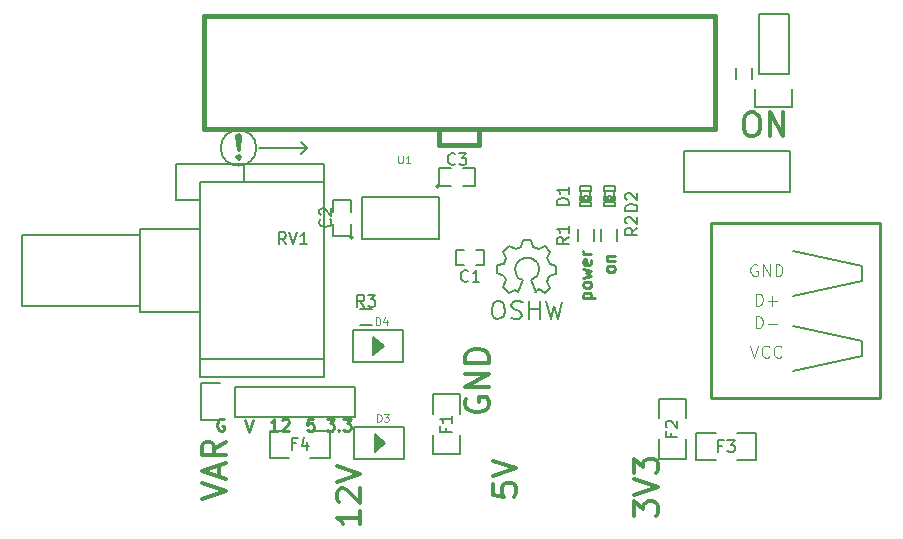
<source format=gto>
%FSLAX46Y46*%
G04 Gerber Fmt 4.6, Leading zero omitted, Abs format (unit mm)*
G04 Created by KiCad (PCBNEW (2014-09-02 BZR 5112)-product) date mer. 25 mars 2015 20:03:37 CET*
%MOMM*%
G01*
G04 APERTURE LIST*
%ADD10C,0.150000*%
%ADD11C,0.250000*%
%ADD12C,0.300000*%
%ADD13C,0.200000*%
%ADD14C,0.203200*%
%ADD15C,0.381000*%
%ADD16C,0.254000*%
%ADD17C,0.152400*%
%ADD18C,0.127000*%
%ADD19C,0.100000*%
G04 APERTURE END LIST*
D10*
D11*
X117552381Y-84152381D02*
X118171429Y-84152381D01*
X117838095Y-84533333D01*
X117980953Y-84533333D01*
X118076191Y-84580952D01*
X118123810Y-84628571D01*
X118171429Y-84723810D01*
X118171429Y-84961905D01*
X118123810Y-85057143D01*
X118076191Y-85104762D01*
X117980953Y-85152381D01*
X117695238Y-85152381D01*
X117600000Y-85104762D01*
X117552381Y-85057143D01*
X118600000Y-85057143D02*
X118647619Y-85104762D01*
X118600000Y-85152381D01*
X118552381Y-85104762D01*
X118600000Y-85057143D01*
X118600000Y-85152381D01*
X118980952Y-84152381D02*
X119600000Y-84152381D01*
X119266666Y-84533333D01*
X119409524Y-84533333D01*
X119504762Y-84580952D01*
X119552381Y-84628571D01*
X119600000Y-84723810D01*
X119600000Y-84961905D01*
X119552381Y-85057143D01*
X119504762Y-85104762D01*
X119409524Y-85152381D01*
X119123809Y-85152381D01*
X119028571Y-85104762D01*
X118980952Y-85057143D01*
X116438096Y-84152381D02*
X115961905Y-84152381D01*
X115914286Y-84628571D01*
X115961905Y-84580952D01*
X116057143Y-84533333D01*
X116295239Y-84533333D01*
X116390477Y-84580952D01*
X116438096Y-84628571D01*
X116485715Y-84723810D01*
X116485715Y-84961905D01*
X116438096Y-85057143D01*
X116390477Y-85104762D01*
X116295239Y-85152381D01*
X116057143Y-85152381D01*
X115961905Y-85104762D01*
X115914286Y-85057143D01*
X113409524Y-85152381D02*
X112838095Y-85152381D01*
X113123809Y-85152381D02*
X113123809Y-84152381D01*
X113028571Y-84295238D01*
X112933333Y-84390476D01*
X112838095Y-84438095D01*
X113790476Y-84247619D02*
X113838095Y-84200000D01*
X113933333Y-84152381D01*
X114171429Y-84152381D01*
X114266667Y-84200000D01*
X114314286Y-84247619D01*
X114361905Y-84342857D01*
X114361905Y-84438095D01*
X114314286Y-84580952D01*
X113742857Y-85152381D01*
X114361905Y-85152381D01*
X110666667Y-84252381D02*
X111000000Y-85252381D01*
X111333334Y-84252381D01*
X108861905Y-84200000D02*
X108766667Y-84152381D01*
X108623810Y-84152381D01*
X108480952Y-84200000D01*
X108385714Y-84295238D01*
X108338095Y-84390476D01*
X108290476Y-84580952D01*
X108290476Y-84723810D01*
X108338095Y-84914286D01*
X108385714Y-85009524D01*
X108480952Y-85104762D01*
X108623810Y-85152381D01*
X108719048Y-85152381D01*
X108861905Y-85104762D01*
X108909524Y-85057143D01*
X108909524Y-84723810D01*
X108719048Y-84723810D01*
X141952381Y-71523810D02*
X141904762Y-71619048D01*
X141857143Y-71666667D01*
X141761905Y-71714286D01*
X141476190Y-71714286D01*
X141380952Y-71666667D01*
X141333333Y-71619048D01*
X141285714Y-71523810D01*
X141285714Y-71380952D01*
X141333333Y-71285714D01*
X141380952Y-71238095D01*
X141476190Y-71190476D01*
X141761905Y-71190476D01*
X141857143Y-71238095D01*
X141904762Y-71285714D01*
X141952381Y-71380952D01*
X141952381Y-71523810D01*
X141285714Y-70761905D02*
X141952381Y-70761905D01*
X141380952Y-70761905D02*
X141333333Y-70714286D01*
X141285714Y-70619048D01*
X141285714Y-70476190D01*
X141333333Y-70380952D01*
X141428571Y-70333333D01*
X141952381Y-70333333D01*
X139285714Y-73928572D02*
X140285714Y-73928572D01*
X139333333Y-73928572D02*
X139285714Y-73833334D01*
X139285714Y-73642857D01*
X139333333Y-73547619D01*
X139380952Y-73500000D01*
X139476190Y-73452381D01*
X139761905Y-73452381D01*
X139857143Y-73500000D01*
X139904762Y-73547619D01*
X139952381Y-73642857D01*
X139952381Y-73833334D01*
X139904762Y-73928572D01*
X139952381Y-72880953D02*
X139904762Y-72976191D01*
X139857143Y-73023810D01*
X139761905Y-73071429D01*
X139476190Y-73071429D01*
X139380952Y-73023810D01*
X139333333Y-72976191D01*
X139285714Y-72880953D01*
X139285714Y-72738095D01*
X139333333Y-72642857D01*
X139380952Y-72595238D01*
X139476190Y-72547619D01*
X139761905Y-72547619D01*
X139857143Y-72595238D01*
X139904762Y-72642857D01*
X139952381Y-72738095D01*
X139952381Y-72880953D01*
X139285714Y-72214286D02*
X139952381Y-72023810D01*
X139476190Y-71833333D01*
X139952381Y-71642857D01*
X139285714Y-71452381D01*
X139904762Y-70690476D02*
X139952381Y-70785714D01*
X139952381Y-70976191D01*
X139904762Y-71071429D01*
X139809524Y-71119048D01*
X139428571Y-71119048D01*
X139333333Y-71071429D01*
X139285714Y-70976191D01*
X139285714Y-70785714D01*
X139333333Y-70690476D01*
X139428571Y-70642857D01*
X139523810Y-70642857D01*
X139619048Y-71119048D01*
X139952381Y-70214286D02*
X139285714Y-70214286D01*
X139476190Y-70214286D02*
X139380952Y-70166667D01*
X139333333Y-70119048D01*
X139285714Y-70023810D01*
X139285714Y-69928571D01*
D12*
X153361905Y-58204762D02*
X153742857Y-58204762D01*
X153933333Y-58300000D01*
X154123810Y-58490476D01*
X154219048Y-58871429D01*
X154219048Y-59538095D01*
X154123810Y-59919048D01*
X153933333Y-60109524D01*
X153742857Y-60204762D01*
X153361905Y-60204762D01*
X153171429Y-60109524D01*
X152980952Y-59919048D01*
X152885714Y-59538095D01*
X152885714Y-58871429D01*
X152980952Y-58490476D01*
X153171429Y-58300000D01*
X153361905Y-58204762D01*
X155076190Y-60204762D02*
X155076190Y-58204762D01*
X156219048Y-60204762D01*
X156219048Y-58204762D01*
D13*
X115900000Y-61200000D02*
X115400000Y-61700000D01*
X115400000Y-60700000D02*
X115900000Y-61200000D01*
X115900000Y-61200000D02*
X115400000Y-60700000D01*
X111800000Y-61200000D02*
X115900000Y-61200000D01*
X111603330Y-61200000D02*
G75*
G03X111603330Y-61200000I-1503330J0D01*
G74*
G01*
D12*
X110100000Y-61914286D02*
X110195239Y-62009524D01*
X110100000Y-62104762D01*
X110004762Y-62009524D01*
X110100000Y-61914286D01*
X110100000Y-62104762D01*
X110100000Y-61342857D02*
X110004762Y-60200000D01*
X110100000Y-60104762D01*
X110195239Y-60200000D01*
X110100000Y-61342857D01*
X110100000Y-60104762D01*
X129400000Y-82423809D02*
X129304762Y-82614286D01*
X129304762Y-82900000D01*
X129400000Y-83185714D01*
X129590476Y-83376190D01*
X129780952Y-83471429D01*
X130161905Y-83566667D01*
X130447619Y-83566667D01*
X130828571Y-83471429D01*
X131019048Y-83376190D01*
X131209524Y-83185714D01*
X131304762Y-82900000D01*
X131304762Y-82709524D01*
X131209524Y-82423809D01*
X131114286Y-82328571D01*
X130447619Y-82328571D01*
X130447619Y-82709524D01*
X131304762Y-81471429D02*
X129304762Y-81471429D01*
X131304762Y-80328571D01*
X129304762Y-80328571D01*
X131304762Y-79376191D02*
X129304762Y-79376191D01*
X129304762Y-78900000D01*
X129400000Y-78614286D01*
X129590476Y-78423810D01*
X129780952Y-78328571D01*
X130161905Y-78233333D01*
X130447619Y-78233333D01*
X130828571Y-78328571D01*
X131019048Y-78423810D01*
X131209524Y-78614286D01*
X131304762Y-78900000D01*
X131304762Y-79376191D01*
X131604762Y-89680953D02*
X131604762Y-90633334D01*
X132557143Y-90728572D01*
X132461905Y-90633334D01*
X132366667Y-90442857D01*
X132366667Y-89966667D01*
X132461905Y-89776191D01*
X132557143Y-89680953D01*
X132747619Y-89585714D01*
X133223810Y-89585714D01*
X133414286Y-89680953D01*
X133509524Y-89776191D01*
X133604762Y-89966667D01*
X133604762Y-90442857D01*
X133509524Y-90633334D01*
X133414286Y-90728572D01*
X131604762Y-89014286D02*
X133604762Y-88347619D01*
X131604762Y-87680952D01*
X143604762Y-92376191D02*
X143604762Y-91138095D01*
X144366667Y-91804762D01*
X144366667Y-91519048D01*
X144461905Y-91328572D01*
X144557143Y-91233334D01*
X144747619Y-91138095D01*
X145223810Y-91138095D01*
X145414286Y-91233334D01*
X145509524Y-91328572D01*
X145604762Y-91519048D01*
X145604762Y-92090476D01*
X145509524Y-92280953D01*
X145414286Y-92376191D01*
X143604762Y-90566667D02*
X145604762Y-89900000D01*
X143604762Y-89233333D01*
X143604762Y-88757143D02*
X143604762Y-87519047D01*
X144366667Y-88185714D01*
X144366667Y-87900000D01*
X144461905Y-87709524D01*
X144557143Y-87614286D01*
X144747619Y-87519047D01*
X145223810Y-87519047D01*
X145414286Y-87614286D01*
X145509524Y-87709524D01*
X145604762Y-87900000D01*
X145604762Y-88471428D01*
X145509524Y-88661905D01*
X145414286Y-88757143D01*
X120404762Y-91938095D02*
X120404762Y-93080953D01*
X120404762Y-92509524D02*
X118404762Y-92509524D01*
X118690476Y-92700000D01*
X118880952Y-92890476D01*
X118976190Y-93080953D01*
X118595238Y-91176191D02*
X118500000Y-91080953D01*
X118404762Y-90890476D01*
X118404762Y-90414286D01*
X118500000Y-90223810D01*
X118595238Y-90128572D01*
X118785714Y-90033333D01*
X118976190Y-90033333D01*
X119261905Y-90128572D01*
X120404762Y-91271429D01*
X120404762Y-90033333D01*
X118404762Y-89461905D02*
X120404762Y-88795238D01*
X118404762Y-88128571D01*
X107004762Y-90923810D02*
X109004762Y-90257143D01*
X107004762Y-89590476D01*
X108433333Y-89019048D02*
X108433333Y-88066667D01*
X109004762Y-89209524D02*
X107004762Y-88542857D01*
X109004762Y-87876190D01*
X109004762Y-86066666D02*
X108052381Y-86733333D01*
X109004762Y-87209524D02*
X107004762Y-87209524D01*
X107004762Y-86447619D01*
X107100000Y-86257143D01*
X107195238Y-86161904D01*
X107385714Y-86066666D01*
X107671429Y-86066666D01*
X107861905Y-86161904D01*
X107957143Y-86257143D01*
X108052381Y-86447619D01*
X108052381Y-87209524D01*
D14*
X127077000Y-65322000D02*
X127077000Y-68878000D01*
X127077000Y-68878000D02*
X120523000Y-68878000D01*
X120523000Y-68878000D02*
X120523000Y-65322000D01*
X120523000Y-65322000D02*
X127077000Y-65322000D01*
D15*
X130499260Y-59600600D02*
X130499260Y-61000140D01*
X130499260Y-61000140D02*
X127100740Y-61000140D01*
X127100740Y-61000140D02*
X127100740Y-59600600D01*
X128800000Y-49999400D02*
X150400160Y-49999400D01*
X150400160Y-49999400D02*
X150400160Y-59600600D01*
X150400160Y-59600600D02*
X107199840Y-59600600D01*
X107199840Y-59600600D02*
X107199840Y-49999400D01*
X107199840Y-49999400D02*
X128800000Y-49999400D01*
D10*
X110600000Y-62599520D02*
X117300520Y-62599520D01*
X117300520Y-62599520D02*
X117300520Y-64199720D01*
X106800160Y-79099360D02*
X106800160Y-80597960D01*
X106800160Y-80597960D02*
X117300520Y-80597960D01*
X117300520Y-80597960D02*
X117300520Y-79099360D01*
X106800160Y-65599260D02*
X104801180Y-65599260D01*
X104801180Y-65599260D02*
X104801180Y-62599520D01*
X104801180Y-62599520D02*
X110600000Y-62599520D01*
X110600000Y-62599520D02*
X110600000Y-64098120D01*
X101798900Y-74598480D02*
X91798920Y-74598480D01*
X91798920Y-74598480D02*
X91798920Y-68599000D01*
X91798920Y-68599000D02*
X101798900Y-68599000D01*
X106800160Y-75098860D02*
X101798900Y-75098860D01*
X101798900Y-75098860D02*
X101798900Y-68098620D01*
X101798900Y-68098620D02*
X106800160Y-68098620D01*
X106800160Y-79099360D02*
X117300520Y-79099360D01*
X117300520Y-79099360D02*
X117300520Y-64098120D01*
X117300520Y-64098120D02*
X106800160Y-64098120D01*
X106800160Y-64098120D02*
X106800160Y-79099360D01*
X130200380Y-71150240D02*
X130898880Y-71150240D01*
X129199620Y-71150240D02*
X128501120Y-71150240D01*
X130200380Y-69849760D02*
X130898880Y-69849760D01*
X128501120Y-69849760D02*
X129199620Y-69849760D01*
X130898880Y-69865000D02*
X130898880Y-71135000D01*
X128501120Y-71135000D02*
X128501120Y-69865000D01*
X119789000Y-68751000D02*
G75*
G03X119789000Y-68751000I-127000J0D01*
G74*
G01*
X119662000Y-67608000D02*
X119662000Y-68624000D01*
X119662000Y-68624000D02*
X118138000Y-68624000D01*
X118138000Y-68624000D02*
X118138000Y-67608000D01*
X118138000Y-66592000D02*
X118138000Y-65576000D01*
X118138000Y-65576000D02*
X119662000Y-65576000D01*
X119662000Y-65576000D02*
X119662000Y-66592000D01*
X127076000Y-64462000D02*
G75*
G03X127076000Y-64462000I-127000J0D01*
G74*
G01*
X128092000Y-64462000D02*
X127076000Y-64462000D01*
X127076000Y-64462000D02*
X127076000Y-62938000D01*
X127076000Y-62938000D02*
X128092000Y-62938000D01*
X129108000Y-62938000D02*
X130124000Y-62938000D01*
X130124000Y-62938000D02*
X130124000Y-64462000D01*
X130124000Y-64462000D02*
X129108000Y-64462000D01*
X139949580Y-65749580D02*
X139050420Y-65749580D01*
X139050420Y-65749580D02*
X139050420Y-66148360D01*
X139949580Y-66148360D02*
X139050420Y-66148360D01*
X139949580Y-65749580D02*
X139949580Y-66148360D01*
X139949580Y-64451640D02*
X139050420Y-64451640D01*
X139050420Y-64451640D02*
X139050420Y-64850420D01*
X139949580Y-64850420D02*
X139050420Y-64850420D01*
X139949580Y-64451640D02*
X139949580Y-64850420D01*
X139949580Y-65300000D02*
X139799720Y-65300000D01*
X139799720Y-65300000D02*
X139799720Y-65599720D01*
X139949580Y-65599720D02*
X139799720Y-65599720D01*
X139949580Y-65300000D02*
X139949580Y-65599720D01*
X139200280Y-65300000D02*
X139050420Y-65300000D01*
X139050420Y-65300000D02*
X139050420Y-65599720D01*
X139200280Y-65599720D02*
X139050420Y-65599720D01*
X139200280Y-65300000D02*
X139200280Y-65599720D01*
X139649860Y-65300000D02*
X139350140Y-65300000D01*
X139350140Y-65300000D02*
X139350140Y-65599720D01*
X139649860Y-65599720D02*
X139350140Y-65599720D01*
X139649860Y-65300000D02*
X139649860Y-65599720D01*
X139898780Y-65749580D02*
X139898780Y-64850420D01*
X139101220Y-65749580D02*
X139101220Y-64850420D01*
X141949580Y-65749580D02*
X141050420Y-65749580D01*
X141050420Y-65749580D02*
X141050420Y-66148360D01*
X141949580Y-66148360D02*
X141050420Y-66148360D01*
X141949580Y-65749580D02*
X141949580Y-66148360D01*
X141949580Y-64451640D02*
X141050420Y-64451640D01*
X141050420Y-64451640D02*
X141050420Y-64850420D01*
X141949580Y-64850420D02*
X141050420Y-64850420D01*
X141949580Y-64451640D02*
X141949580Y-64850420D01*
X141949580Y-65300000D02*
X141799720Y-65300000D01*
X141799720Y-65300000D02*
X141799720Y-65599720D01*
X141949580Y-65599720D02*
X141799720Y-65599720D01*
X141949580Y-65300000D02*
X141949580Y-65599720D01*
X141200280Y-65300000D02*
X141050420Y-65300000D01*
X141050420Y-65300000D02*
X141050420Y-65599720D01*
X141200280Y-65599720D02*
X141050420Y-65599720D01*
X141200280Y-65300000D02*
X141200280Y-65599720D01*
X141649860Y-65300000D02*
X141350140Y-65300000D01*
X141350140Y-65300000D02*
X141350140Y-65599720D01*
X141649860Y-65599720D02*
X141350140Y-65599720D01*
X141649860Y-65300000D02*
X141649860Y-65599720D01*
X141898780Y-65749580D02*
X141898780Y-64850420D01*
X141101220Y-65749580D02*
X141101220Y-64850420D01*
X147943000Y-82460000D02*
X145657000Y-82460000D01*
X145657000Y-82460000D02*
X145657000Y-84111000D01*
X147943000Y-85889000D02*
X147943000Y-87540000D01*
X147943000Y-87540000D02*
X145657000Y-87540000D01*
X145657000Y-87540000D02*
X145657000Y-85889000D01*
X147943000Y-84111000D02*
X147943000Y-82460000D01*
X148860000Y-85357000D02*
X148860000Y-87643000D01*
X148860000Y-87643000D02*
X150511000Y-87643000D01*
X152289000Y-85357000D02*
X153940000Y-85357000D01*
X153940000Y-85357000D02*
X153940000Y-87643000D01*
X153940000Y-87643000D02*
X152289000Y-87643000D01*
X150511000Y-85357000D02*
X148860000Y-85357000D01*
X138825000Y-69100000D02*
X138825000Y-68100000D01*
X140175000Y-68100000D02*
X140175000Y-69100000D01*
X140825000Y-69100000D02*
X140825000Y-68100000D01*
X142175000Y-68100000D02*
X142175000Y-69100000D01*
X120400000Y-74825000D02*
X121400000Y-74825000D01*
X121400000Y-76175000D02*
X120400000Y-76175000D01*
X128843000Y-82060000D02*
X126557000Y-82060000D01*
X126557000Y-82060000D02*
X126557000Y-83711000D01*
X128843000Y-85489000D02*
X128843000Y-87140000D01*
X128843000Y-87140000D02*
X126557000Y-87140000D01*
X126557000Y-87140000D02*
X126557000Y-85489000D01*
X128843000Y-83711000D02*
X128843000Y-82060000D01*
X117840000Y-87443000D02*
X117840000Y-85157000D01*
X117840000Y-85157000D02*
X116189000Y-85157000D01*
X114411000Y-87443000D02*
X112760000Y-87443000D01*
X112760000Y-87443000D02*
X112760000Y-85157000D01*
X112760000Y-85157000D02*
X114411000Y-85157000D01*
X116189000Y-87443000D02*
X117840000Y-87443000D01*
X136168780Y-74189860D02*
X136529460Y-75660520D01*
X136529460Y-75660520D02*
X136808860Y-74598800D01*
X136808860Y-74598800D02*
X137118740Y-75670680D01*
X137118740Y-75670680D02*
X137459100Y-74220340D01*
X134748920Y-74880740D02*
X135538860Y-74870580D01*
X135538860Y-74870580D02*
X135549020Y-74880740D01*
X135549020Y-74880740D02*
X135549020Y-74870580D01*
X135589660Y-74159380D02*
X135589660Y-75701160D01*
X134700660Y-74149220D02*
X134700660Y-75718940D01*
X134700660Y-75718940D02*
X134710820Y-75708780D01*
X134149480Y-74250820D02*
X133798960Y-74169540D01*
X133798960Y-74169540D02*
X133478920Y-74159380D01*
X133478920Y-74159380D02*
X133240160Y-74360040D01*
X133240160Y-74360040D02*
X133209680Y-74629280D01*
X133209680Y-74629280D02*
X133450980Y-74870580D01*
X133450980Y-74870580D02*
X133839600Y-75000120D01*
X133839600Y-75000120D02*
X134019940Y-75160140D01*
X134019940Y-75160140D02*
X134060580Y-75459860D01*
X134060580Y-75459860D02*
X133829440Y-75680840D01*
X133829440Y-75680840D02*
X133509400Y-75708780D01*
X133509400Y-75708780D02*
X133158880Y-75599560D01*
X132120020Y-74149220D02*
X131871100Y-74169540D01*
X131871100Y-74169540D02*
X131629800Y-74410840D01*
X131629800Y-74410840D02*
X131540900Y-74901060D01*
X131540900Y-74901060D02*
X131568840Y-75249040D01*
X131568840Y-75249040D02*
X131769500Y-75569080D01*
X131769500Y-75569080D02*
X132020960Y-75691000D01*
X132020960Y-75691000D02*
X132330840Y-75619880D01*
X132330840Y-75619880D02*
X132549280Y-75439540D01*
X132549280Y-75439540D02*
X132620400Y-74979800D01*
X132620400Y-74979800D02*
X132569600Y-74570860D01*
X132569600Y-74570860D02*
X132460380Y-74288920D01*
X132460380Y-74288920D02*
X132099700Y-74159380D01*
X132719460Y-72429640D02*
X132460380Y-72990980D01*
X132460380Y-72990980D02*
X132998860Y-73509140D01*
X132998860Y-73509140D02*
X133519560Y-73239900D01*
X133519560Y-73239900D02*
X133798960Y-73399920D01*
X135239140Y-73379600D02*
X135569340Y-73189100D01*
X135569340Y-73189100D02*
X136008760Y-73519300D01*
X136008760Y-73519300D02*
X136481200Y-73029080D01*
X136481200Y-73029080D02*
X136199260Y-72549020D01*
X136199260Y-72549020D02*
X136389760Y-72079120D01*
X136389760Y-72079120D02*
X136999360Y-71891160D01*
X136999360Y-71891160D02*
X136999360Y-71210440D01*
X136999360Y-71210440D02*
X136440560Y-71070740D01*
X136440560Y-71070740D02*
X136239900Y-70499240D01*
X136239900Y-70499240D02*
X136509140Y-70029340D01*
X136509140Y-70029340D02*
X136039240Y-69518800D01*
X136039240Y-69518800D02*
X135521080Y-69780420D01*
X135521080Y-69780420D02*
X135051180Y-69579760D01*
X135051180Y-69579760D02*
X134881000Y-69038740D01*
X134881000Y-69038740D02*
X134190120Y-69020960D01*
X134190120Y-69020960D02*
X133979300Y-69569600D01*
X133979300Y-69569600D02*
X133560200Y-69739780D01*
X133560200Y-69739780D02*
X133009020Y-69470540D01*
X133009020Y-69470540D02*
X132490860Y-69998860D01*
X132490860Y-69998860D02*
X132739780Y-70539880D01*
X132739780Y-70539880D02*
X132569600Y-71019940D01*
X132569600Y-71019940D02*
X132020960Y-71119000D01*
X132020960Y-71119000D02*
X132010800Y-71820040D01*
X132010800Y-71820040D02*
X132569600Y-72020700D01*
X132569600Y-72020700D02*
X132709300Y-72419480D01*
X134850520Y-72399160D02*
X135150240Y-72249300D01*
X135150240Y-72249300D02*
X135350900Y-72051180D01*
X135350900Y-72051180D02*
X135500760Y-71649860D01*
X135500760Y-71649860D02*
X135500760Y-71251080D01*
X135500760Y-71251080D02*
X135350900Y-70900560D01*
X135350900Y-70900560D02*
X134898780Y-70550040D01*
X134898780Y-70550040D02*
X134449200Y-70499240D01*
X134449200Y-70499240D02*
X134050420Y-70600840D01*
X134050420Y-70600840D02*
X133649100Y-70948820D01*
X133649100Y-70948820D02*
X133499240Y-71400940D01*
X133499240Y-71400940D02*
X133550040Y-71898780D01*
X133550040Y-71898780D02*
X133798960Y-72201040D01*
X133798960Y-72201040D02*
X134149480Y-72399160D01*
X134149480Y-72399160D02*
X133798960Y-73399920D01*
X134850520Y-72399160D02*
X135249300Y-73399920D01*
X147800000Y-61500000D02*
X156800000Y-61500000D01*
X156800000Y-61500000D02*
X156800000Y-64900000D01*
X156800000Y-64900000D02*
X147800000Y-64900000D01*
X147800000Y-64900000D02*
X147800000Y-61500000D01*
D16*
X164390000Y-82400000D02*
X164390000Y-67600000D01*
D17*
X162920000Y-71190000D02*
X157070000Y-69920000D01*
D16*
X164390000Y-67600000D02*
X150090000Y-67600000D01*
X150090000Y-67600000D02*
X150090000Y-82400000D01*
X150090000Y-82400000D02*
X164390000Y-82400000D01*
D17*
X157070000Y-80080000D02*
X162920000Y-78810000D01*
X162920000Y-78810000D02*
X162920000Y-77540000D01*
X162920000Y-77540000D02*
X157070000Y-76270000D01*
X157070000Y-73730000D02*
X162920000Y-72460000D01*
X162920000Y-72460000D02*
X162920000Y-71190000D01*
D18*
G36*
X121619000Y-85438000D02*
X122508000Y-86200000D01*
X121619000Y-86962000D01*
X121619000Y-85438000D01*
X121619000Y-85438000D01*
G37*
X121619000Y-85438000D02*
X122508000Y-86200000D01*
X121619000Y-86962000D01*
X121619000Y-85438000D01*
X119855000Y-84850000D02*
X124145000Y-84850000D01*
X124145000Y-84850000D02*
X124145000Y-87550000D01*
X124145000Y-87550000D02*
X119855000Y-87550000D01*
X119855000Y-87550000D02*
X119855000Y-84850000D01*
G36*
X121519000Y-77238000D02*
X122408000Y-78000000D01*
X121519000Y-78762000D01*
X121519000Y-77238000D01*
X121519000Y-77238000D01*
G37*
X121519000Y-77238000D02*
X122408000Y-78000000D01*
X121519000Y-78762000D01*
X121519000Y-77238000D01*
X119755000Y-76650000D02*
X124045000Y-76650000D01*
X124045000Y-76650000D02*
X124045000Y-79350000D01*
X124045000Y-79350000D02*
X119755000Y-79350000D01*
X119755000Y-79350000D02*
X119755000Y-76650000D01*
D10*
X108500000Y-84250000D02*
X106950000Y-84250000D01*
X106950000Y-84250000D02*
X106950000Y-81150000D01*
X106950000Y-81150000D02*
X108500000Y-81150000D01*
X109770000Y-81430000D02*
X119930000Y-81430000D01*
X119930000Y-81430000D02*
X119930000Y-83970000D01*
X119930000Y-83970000D02*
X109770000Y-83970000D01*
X109770000Y-81430000D02*
X109770000Y-83970000D01*
X156670000Y-54930000D02*
X156670000Y-49850000D01*
X156670000Y-49850000D02*
X154130000Y-49850000D01*
X154130000Y-49850000D02*
X154130000Y-54930000D01*
X153850000Y-57750000D02*
X153850000Y-56200000D01*
X154130000Y-54930000D02*
X156670000Y-54930000D01*
X156950000Y-56200000D02*
X156950000Y-57750000D01*
X156950000Y-57750000D02*
X153850000Y-57750000D01*
X152225000Y-55400000D02*
X152225000Y-54400000D01*
X153575000Y-54400000D02*
X153575000Y-55400000D01*
D19*
X123641310Y-61868238D02*
X123641310Y-62374190D01*
X123671071Y-62433714D01*
X123700833Y-62463476D01*
X123760357Y-62493238D01*
X123879405Y-62493238D01*
X123938929Y-62463476D01*
X123968690Y-62433714D01*
X123998452Y-62374190D01*
X123998452Y-61868238D01*
X124623452Y-62493238D02*
X124266310Y-62493238D01*
X124444881Y-62493238D02*
X124444881Y-61868238D01*
X124385357Y-61957524D01*
X124325833Y-62017048D01*
X124266310Y-62046810D01*
D10*
X114104762Y-69352381D02*
X113771428Y-68876190D01*
X113533333Y-69352381D02*
X113533333Y-68352381D01*
X113914286Y-68352381D01*
X114009524Y-68400000D01*
X114057143Y-68447619D01*
X114104762Y-68542857D01*
X114104762Y-68685714D01*
X114057143Y-68780952D01*
X114009524Y-68828571D01*
X113914286Y-68876190D01*
X113533333Y-68876190D01*
X114390476Y-68352381D02*
X114723809Y-69352381D01*
X115057143Y-68352381D01*
X115914286Y-69352381D02*
X115342857Y-69352381D01*
X115628571Y-69352381D02*
X115628571Y-68352381D01*
X115533333Y-68495238D01*
X115438095Y-68590476D01*
X115342857Y-68638095D01*
X129533334Y-72457143D02*
X129485715Y-72504762D01*
X129342858Y-72552381D01*
X129247620Y-72552381D01*
X129104762Y-72504762D01*
X129009524Y-72409524D01*
X128961905Y-72314286D01*
X128914286Y-72123810D01*
X128914286Y-71980952D01*
X128961905Y-71790476D01*
X129009524Y-71695238D01*
X129104762Y-71600000D01*
X129247620Y-71552381D01*
X129342858Y-71552381D01*
X129485715Y-71600000D01*
X129533334Y-71647619D01*
X130485715Y-72552381D02*
X129914286Y-72552381D01*
X130200000Y-72552381D02*
X130200000Y-71552381D01*
X130104762Y-71695238D01*
X130009524Y-71790476D01*
X129914286Y-71838095D01*
X117857143Y-67266666D02*
X117904762Y-67314285D01*
X117952381Y-67457142D01*
X117952381Y-67552380D01*
X117904762Y-67695238D01*
X117809524Y-67790476D01*
X117714286Y-67838095D01*
X117523810Y-67885714D01*
X117380952Y-67885714D01*
X117190476Y-67838095D01*
X117095238Y-67790476D01*
X117000000Y-67695238D01*
X116952381Y-67552380D01*
X116952381Y-67457142D01*
X117000000Y-67314285D01*
X117047619Y-67266666D01*
X117047619Y-66885714D02*
X117000000Y-66838095D01*
X116952381Y-66742857D01*
X116952381Y-66504761D01*
X117000000Y-66409523D01*
X117047619Y-66361904D01*
X117142857Y-66314285D01*
X117238095Y-66314285D01*
X117380952Y-66361904D01*
X117952381Y-66933333D01*
X117952381Y-66314285D01*
X128433334Y-62557143D02*
X128385715Y-62604762D01*
X128242858Y-62652381D01*
X128147620Y-62652381D01*
X128004762Y-62604762D01*
X127909524Y-62509524D01*
X127861905Y-62414286D01*
X127814286Y-62223810D01*
X127814286Y-62080952D01*
X127861905Y-61890476D01*
X127909524Y-61795238D01*
X128004762Y-61700000D01*
X128147620Y-61652381D01*
X128242858Y-61652381D01*
X128385715Y-61700000D01*
X128433334Y-61747619D01*
X128766667Y-61652381D02*
X129385715Y-61652381D01*
X129052381Y-62033333D01*
X129195239Y-62033333D01*
X129290477Y-62080952D01*
X129338096Y-62128571D01*
X129385715Y-62223810D01*
X129385715Y-62461905D01*
X129338096Y-62557143D01*
X129290477Y-62604762D01*
X129195239Y-62652381D01*
X128909524Y-62652381D01*
X128814286Y-62604762D01*
X128766667Y-62557143D01*
X138052381Y-66038095D02*
X137052381Y-66038095D01*
X137052381Y-65800000D01*
X137100000Y-65657142D01*
X137195238Y-65561904D01*
X137290476Y-65514285D01*
X137480952Y-65466666D01*
X137623810Y-65466666D01*
X137814286Y-65514285D01*
X137909524Y-65561904D01*
X138004762Y-65657142D01*
X138052381Y-65800000D01*
X138052381Y-66038095D01*
X138052381Y-64514285D02*
X138052381Y-65085714D01*
X138052381Y-64800000D02*
X137052381Y-64800000D01*
X137195238Y-64895238D01*
X137290476Y-64990476D01*
X137338095Y-65085714D01*
X143852381Y-66538095D02*
X142852381Y-66538095D01*
X142852381Y-66300000D01*
X142900000Y-66157142D01*
X142995238Y-66061904D01*
X143090476Y-66014285D01*
X143280952Y-65966666D01*
X143423810Y-65966666D01*
X143614286Y-66014285D01*
X143709524Y-66061904D01*
X143804762Y-66157142D01*
X143852381Y-66300000D01*
X143852381Y-66538095D01*
X142947619Y-65585714D02*
X142900000Y-65538095D01*
X142852381Y-65442857D01*
X142852381Y-65204761D01*
X142900000Y-65109523D01*
X142947619Y-65061904D01*
X143042857Y-65014285D01*
X143138095Y-65014285D01*
X143280952Y-65061904D01*
X143852381Y-65633333D01*
X143852381Y-65014285D01*
X146728571Y-85333333D02*
X146728571Y-85666667D01*
X147252381Y-85666667D02*
X146252381Y-85666667D01*
X146252381Y-85190476D01*
X146347619Y-84857143D02*
X146300000Y-84809524D01*
X146252381Y-84714286D01*
X146252381Y-84476190D01*
X146300000Y-84380952D01*
X146347619Y-84333333D01*
X146442857Y-84285714D01*
X146538095Y-84285714D01*
X146680952Y-84333333D01*
X147252381Y-84904762D01*
X147252381Y-84285714D01*
X151066667Y-86428571D02*
X150733333Y-86428571D01*
X150733333Y-86952381D02*
X150733333Y-85952381D01*
X151209524Y-85952381D01*
X151495238Y-85952381D02*
X152114286Y-85952381D01*
X151780952Y-86333333D01*
X151923810Y-86333333D01*
X152019048Y-86380952D01*
X152066667Y-86428571D01*
X152114286Y-86523810D01*
X152114286Y-86761905D01*
X152066667Y-86857143D01*
X152019048Y-86904762D01*
X151923810Y-86952381D01*
X151638095Y-86952381D01*
X151542857Y-86904762D01*
X151495238Y-86857143D01*
X138052381Y-68766666D02*
X137576190Y-69100000D01*
X138052381Y-69338095D02*
X137052381Y-69338095D01*
X137052381Y-68957142D01*
X137100000Y-68861904D01*
X137147619Y-68814285D01*
X137242857Y-68766666D01*
X137385714Y-68766666D01*
X137480952Y-68814285D01*
X137528571Y-68861904D01*
X137576190Y-68957142D01*
X137576190Y-69338095D01*
X138052381Y-67814285D02*
X138052381Y-68385714D01*
X138052381Y-68100000D02*
X137052381Y-68100000D01*
X137195238Y-68195238D01*
X137290476Y-68290476D01*
X137338095Y-68385714D01*
X143852381Y-67966666D02*
X143376190Y-68300000D01*
X143852381Y-68538095D02*
X142852381Y-68538095D01*
X142852381Y-68157142D01*
X142900000Y-68061904D01*
X142947619Y-68014285D01*
X143042857Y-67966666D01*
X143185714Y-67966666D01*
X143280952Y-68014285D01*
X143328571Y-68061904D01*
X143376190Y-68157142D01*
X143376190Y-68538095D01*
X142947619Y-67585714D02*
X142900000Y-67538095D01*
X142852381Y-67442857D01*
X142852381Y-67204761D01*
X142900000Y-67109523D01*
X142947619Y-67061904D01*
X143042857Y-67014285D01*
X143138095Y-67014285D01*
X143280952Y-67061904D01*
X143852381Y-67633333D01*
X143852381Y-67014285D01*
X120733334Y-74652381D02*
X120400000Y-74176190D01*
X120161905Y-74652381D02*
X120161905Y-73652381D01*
X120542858Y-73652381D01*
X120638096Y-73700000D01*
X120685715Y-73747619D01*
X120733334Y-73842857D01*
X120733334Y-73985714D01*
X120685715Y-74080952D01*
X120638096Y-74128571D01*
X120542858Y-74176190D01*
X120161905Y-74176190D01*
X121066667Y-73652381D02*
X121685715Y-73652381D01*
X121352381Y-74033333D01*
X121495239Y-74033333D01*
X121590477Y-74080952D01*
X121638096Y-74128571D01*
X121685715Y-74223810D01*
X121685715Y-74461905D01*
X121638096Y-74557143D01*
X121590477Y-74604762D01*
X121495239Y-74652381D01*
X121209524Y-74652381D01*
X121114286Y-74604762D01*
X121066667Y-74557143D01*
X127628571Y-84933333D02*
X127628571Y-85266667D01*
X128152381Y-85266667D02*
X127152381Y-85266667D01*
X127152381Y-84790476D01*
X128152381Y-83885714D02*
X128152381Y-84457143D01*
X128152381Y-84171429D02*
X127152381Y-84171429D01*
X127295238Y-84266667D01*
X127390476Y-84361905D01*
X127438095Y-84457143D01*
X114966667Y-86228571D02*
X114633333Y-86228571D01*
X114633333Y-86752381D02*
X114633333Y-85752381D01*
X115109524Y-85752381D01*
X115919048Y-86085714D02*
X115919048Y-86752381D01*
X115680952Y-85704762D02*
X115442857Y-86419048D01*
X116061905Y-86419048D01*
D19*
X153445334Y-77943619D02*
X153784001Y-78959619D01*
X154122667Y-77943619D01*
X155041905Y-78862857D02*
X154993524Y-78911238D01*
X154848381Y-78959619D01*
X154751619Y-78959619D01*
X154606477Y-78911238D01*
X154509715Y-78814476D01*
X154461334Y-78717714D01*
X154412953Y-78524190D01*
X154412953Y-78379048D01*
X154461334Y-78185524D01*
X154509715Y-78088762D01*
X154606477Y-77992000D01*
X154751619Y-77943619D01*
X154848381Y-77943619D01*
X154993524Y-77992000D01*
X155041905Y-78040381D01*
X156057905Y-78862857D02*
X156009524Y-78911238D01*
X155864381Y-78959619D01*
X155767619Y-78959619D01*
X155622477Y-78911238D01*
X155525715Y-78814476D01*
X155477334Y-78717714D01*
X155428953Y-78524190D01*
X155428953Y-78379048D01*
X155477334Y-78185524D01*
X155525715Y-78088762D01*
X155622477Y-77992000D01*
X155767619Y-77943619D01*
X155864381Y-77943619D01*
X156009524Y-77992000D01*
X156057905Y-78040381D01*
X153904953Y-76459619D02*
X153904953Y-75443619D01*
X154146858Y-75443619D01*
X154292000Y-75492000D01*
X154388762Y-75588762D01*
X154437143Y-75685524D01*
X154485524Y-75879048D01*
X154485524Y-76024190D01*
X154437143Y-76217714D01*
X154388762Y-76314476D01*
X154292000Y-76411238D01*
X154146858Y-76459619D01*
X153904953Y-76459619D01*
X154920953Y-76072571D02*
X155695048Y-76072571D01*
X153904953Y-74559619D02*
X153904953Y-73543619D01*
X154146858Y-73543619D01*
X154292000Y-73592000D01*
X154388762Y-73688762D01*
X154437143Y-73785524D01*
X154485524Y-73979048D01*
X154485524Y-74124190D01*
X154437143Y-74317714D01*
X154388762Y-74414476D01*
X154292000Y-74511238D01*
X154146858Y-74559619D01*
X153904953Y-74559619D01*
X154920953Y-74172571D02*
X155695048Y-74172571D01*
X155308000Y-74559619D02*
X155308000Y-73785524D01*
X154025905Y-71092000D02*
X153929143Y-71043619D01*
X153784000Y-71043619D01*
X153638858Y-71092000D01*
X153542096Y-71188762D01*
X153493715Y-71285524D01*
X153445334Y-71479048D01*
X153445334Y-71624190D01*
X153493715Y-71817714D01*
X153542096Y-71914476D01*
X153638858Y-72011238D01*
X153784000Y-72059619D01*
X153880762Y-72059619D01*
X154025905Y-72011238D01*
X154074286Y-71962857D01*
X154074286Y-71624190D01*
X153880762Y-71624190D01*
X154509715Y-72059619D02*
X154509715Y-71043619D01*
X155090286Y-72059619D01*
X155090286Y-71043619D01*
X155574096Y-72059619D02*
X155574096Y-71043619D01*
X155816001Y-71043619D01*
X155961143Y-71092000D01*
X156057905Y-71188762D01*
X156106286Y-71285524D01*
X156154667Y-71479048D01*
X156154667Y-71624190D01*
X156106286Y-71817714D01*
X156057905Y-71914476D01*
X155961143Y-72011238D01*
X155816001Y-72059619D01*
X155574096Y-72059619D01*
X121856191Y-84387238D02*
X121856191Y-83762238D01*
X122005000Y-83762238D01*
X122094286Y-83792000D01*
X122153810Y-83851524D01*
X122183571Y-83911048D01*
X122213333Y-84030095D01*
X122213333Y-84119381D01*
X122183571Y-84238429D01*
X122153810Y-84297952D01*
X122094286Y-84357476D01*
X122005000Y-84387238D01*
X121856191Y-84387238D01*
X122421667Y-83762238D02*
X122808571Y-83762238D01*
X122600238Y-84000333D01*
X122689524Y-84000333D01*
X122749048Y-84030095D01*
X122778810Y-84059857D01*
X122808571Y-84119381D01*
X122808571Y-84268190D01*
X122778810Y-84327714D01*
X122749048Y-84357476D01*
X122689524Y-84387238D01*
X122510952Y-84387238D01*
X122451429Y-84357476D01*
X122421667Y-84327714D01*
X121756191Y-76187238D02*
X121756191Y-75562238D01*
X121905000Y-75562238D01*
X121994286Y-75592000D01*
X122053810Y-75651524D01*
X122083571Y-75711048D01*
X122113333Y-75830095D01*
X122113333Y-75919381D01*
X122083571Y-76038429D01*
X122053810Y-76097952D01*
X121994286Y-76157476D01*
X121905000Y-76187238D01*
X121756191Y-76187238D01*
X122649048Y-75770571D02*
X122649048Y-76187238D01*
X122500238Y-75532476D02*
X122351429Y-75978905D01*
X122738333Y-75978905D01*
M02*

</source>
